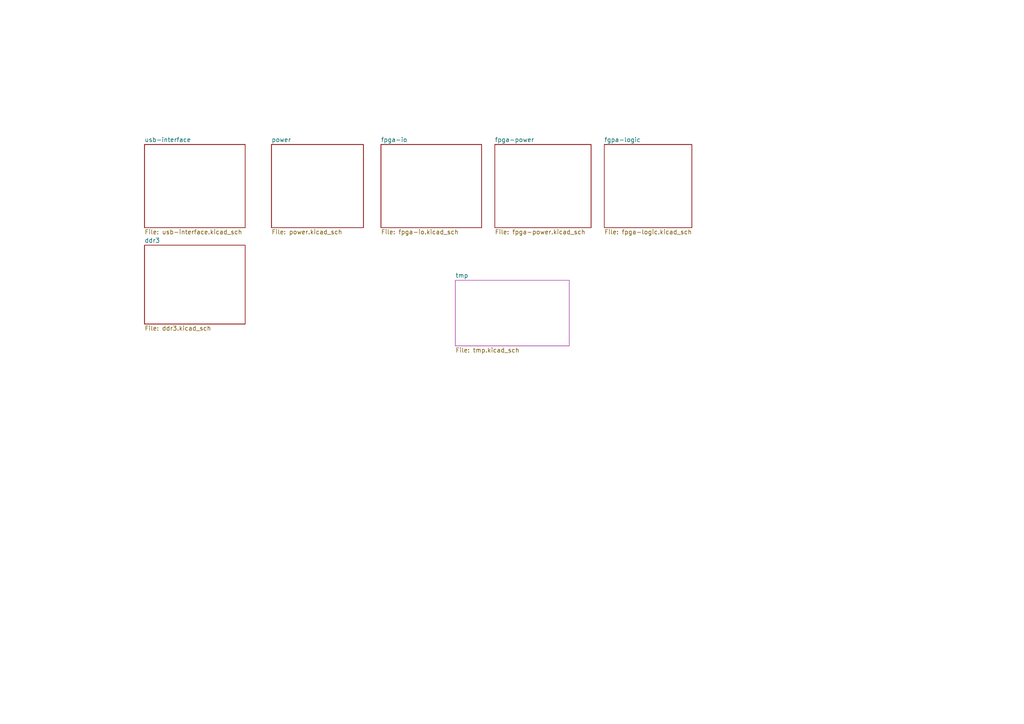
<source format=kicad_sch>
(kicad_sch (version 20200828) (generator eeschema)
  (page 1 8)
  (paper "A4")
  (lib_symbols)
  (sheet (at 41.91 71.12) (size 29.21 22.86)
    (property "Sheet name" "ddr3" (at 41.91 70.4845 0) (effects (justify left bottom)))
    (property "Sheet file" "ddr3.kicad_sch" (at 41.91 94.4885 0) (effects (justify left top)))
  )
  (sheet (at 175.26 41.91) (size 25.4 24.13)
    (property "Sheet name" "fgpa-logic" (at 175.26 41.2745 0) (effects (justify left bottom)))
    (property "Sheet file" "fpga-logic.kicad_sch" (at 175.26 66.5485 0) (effects (justify left top)))
  )
  (sheet (at 110.49 41.91) (size 29.21 24.13)
    (property "Sheet name" "fpga-io" (at 110.49 41.2745 0) (effects (justify left bottom)))
    (property "Sheet file" "fpga-io.kicad_sch" (at 110.49 66.5485 0) (effects (justify left top)))
  )
  (sheet (at 143.51 41.91) (size 27.94 24.13)
    (property "Sheet name" "fpga-power" (at 143.51 41.2745 0) (effects (justify left bottom)))
    (property "Sheet file" "fpga-power.kicad_sch" (at 143.51 66.5485 0) (effects (justify left top)))
  )
  (sheet (at 78.74 41.91) (size 26.67 24.13)
    (property "Sheet name" "power" (at 78.74 41.2745 0) (effects (justify left bottom)))
    (property "Sheet file" "power.kicad_sch" (at 78.74 66.5485 0) (effects (justify left top)))
  )
  (sheet (at 132.08 81.28) (size 33.02 19.05) (stroke (width 0.001) (color 132 0 132 1)) (fill (color 255 255 255 0.0000))
    (property "Sheet name" "tmp" (at 132.08 80.6441 0) (effects (justify left bottom)))
    (property "Sheet file" "tmp.kicad_sch" (at 132.08 100.8389 0) (effects (justify left top)))
  )
  (sheet (at 41.91 41.91) (size 29.21 24.13)
    (property "Sheet name" "usb-interface" (at 41.91 41.2745 0) (effects (justify left bottom)))
    (property "Sheet file" "usb-interface.kicad_sch" (at 41.91 66.5485 0) (effects (justify left top)))
  )
)
</source>
